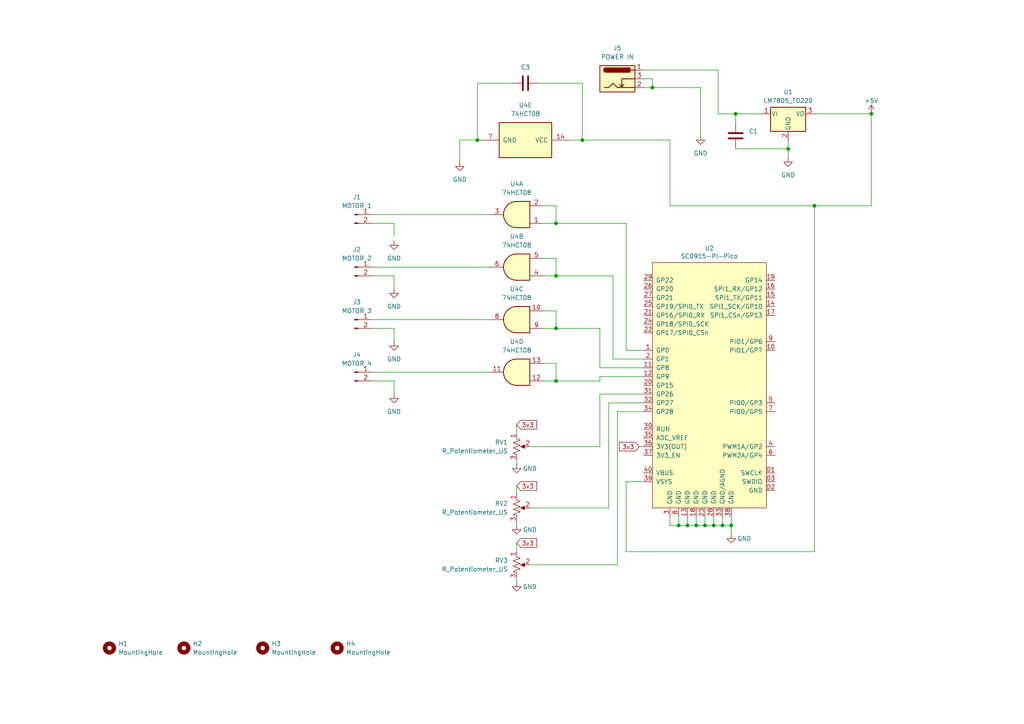
<source format=kicad_sch>
(kicad_sch (version 20231120) (generator "eeschema") (generator_version "8.0")
  (paper "A4")
  (lib_symbols
    (symbol "74xx:74LS08" (pin_names (offset 1.016))
      (property "Reference" "U" (at 0 1.27 0))
      (property "Value" "74LS08" (at 0 -1.27 0))
      (symbol "74LS08_1_1"
        (arc (start 0 -3.81) (mid 3.7934 0) (end 0 3.81) (stroke (width 0.254)) (fill (type background)))
        (polyline (pts (xy 0 3.81) (xy -3.81 3.81) (xy -3.81 -3.81) (xy 0 -3.81)) (stroke (width 0.254)) (fill (type background)))
        (pin input line (at -7.62 2.54 0) (length 3.81) (name "~") (number "1"))
        (pin input line (at -7.62 -2.54 0) (length 3.81) (name "~") (number "2"))
        (pin output line (at 7.62 0 180) (length 3.81) (name "~") (number "3"))
      )
      (symbol "74LS08_1_2"
        (arc (start -3.81 -3.81) (mid -2.589 0) (end -3.81 3.81) (stroke (width 0.254)))
        (arc (start -0.6096 -3.81) (mid 2.1842 -2.5851) (end 3.81 0) (stroke (width 0.254)) (fill (type background)))
        (polyline (pts (xy -3.81 -3.81) (xy -0.635 -3.81)) (stroke (width 0.254)) (fill (type background)))
        (polyline (pts (xy -3.81 3.81) (xy -0.635 3.81)) (stroke (width 0.254)) (fill (type background)))
        (polyline (pts (xy -0.635 3.81) (xy -3.81 3.81) (xy -3.81 3.81) (xy -3.556 3.4036) (xy -3.0226 2.2606) (xy -2.6924 1.0414) (xy -2.6162 -0.254) (xy -2.7686 -1.4986) (xy -3.175 -2.7178) (xy -3.81 -3.81) (xy -3.81 -3.81) (xy -0.635 -3.81)) (stroke (width -25.4)) (fill (type background)))
        (arc (start 3.81 0) (mid 2.1915 2.5936) (end -0.6096 3.81) (stroke (width 0.254)) (fill (type background)))
        (pin input inverted (at -7.62 2.54 0) (length 4.318) (name "~") (number "1"))
        (pin input inverted (at -7.62 -2.54 0) (length 4.318) (name "~") (number "2"))
        (pin output inverted (at 7.62 0 180) (length 3.81) (name "~") (number "3"))
      )
      (symbol "74LS08_2_1"
        (arc (start 0 -3.81) (mid 3.7934 0) (end 0 3.81) (stroke (width 0.254)) (fill (type background)))
        (polyline (pts (xy 0 3.81) (xy -3.81 3.81) (xy -3.81 -3.81) (xy 0 -3.81)) (stroke (width 0.254)) (fill (type background)))
        (pin input line (at -7.62 2.54 0) (length 3.81) (name "~") (number "4"))
        (pin input line (at -7.62 -2.54 0) (length 3.81) (name "~") (number "5"))
        (pin output line (at 7.62 0 180) (length 3.81) (name "~") (number "6"))
      )
      (symbol "74LS08_2_2"
        (arc (start -3.81 -3.81) (mid -2.589 0) (end -3.81 3.81) (stroke (width 0.254)))
        (arc (start -0.6096 -3.81) (mid 2.1842 -2.5851) (end 3.81 0) (stroke (width 0.254)) (fill (type background)))
        (polyline (pts (xy -3.81 -3.81) (xy -0.635 -3.81)) (stroke (width 0.254)) (fill (type background)))
        (polyline (pts (xy -3.81 3.81) (xy -0.635 3.81)) (stroke (width 0.254)) (fill (type background)))
        (polyline (pts (xy -0.635 3.81) (xy -3.81 3.81) (xy -3.81 3.81) (xy -3.556 3.4036) (xy -3.0226 2.2606) (xy -2.6924 1.0414) (xy -2.6162 -0.254) (xy -2.7686 -1.4986) (xy -3.175 -2.7178) (xy -3.81 -3.81) (xy -3.81 -3.81) (xy -0.635 -3.81)) (stroke (width -25.4)) (fill (type background)))
        (arc (start 3.81 0) (mid 2.1915 2.5936) (end -0.6096 3.81) (stroke (width 0.254)) (fill (type background)))
        (pin input inverted (at -7.62 2.54 0) (length 4.318) (name "~") (number "4"))
        (pin input inverted (at -7.62 -2.54 0) (length 4.318) (name "~") (number "5"))
        (pin output inverted (at 7.62 0 180) (length 3.81) (name "~") (number "6"))
      )
      (symbol "74LS08_3_1"
        (arc (start 0 -3.81) (mid 3.7934 0) (end 0 3.81) (stroke (width 0.254)) (fill (type background)))
        (polyline (pts (xy 0 3.81) (xy -3.81 3.81) (xy -3.81 -3.81) (xy 0 -3.81)) (stroke (width 0.254)) (fill (type background)))
        (pin input line (at -7.62 -2.54 0) (length 3.81) (name "~") (number "10"))
        (pin output line (at 7.62 0 180) (length 3.81) (name "~") (number "8"))
        (pin input line (at -7.62 2.54 0) (length 3.81) (name "~") (number "9"))
      )
      (symbol "74LS08_3_2"
        (arc (start -3.81 -3.81) (mid -2.589 0) (end -3.81 3.81) (stroke (width 0.254)))
        (arc (start -0.6096 -3.81) (mid 2.1842 -2.5851) (end 3.81 0) (stroke (width 0.254)) (fill (type background)))
        (polyline (pts (xy -3.81 -3.81) (xy -0.635 -3.81)) (stroke (width 0.254)) (fill (type background)))
        (polyline (pts (xy -3.81 3.81) (xy -0.635 3.81)) (stroke (width 0.254)) (fill (type background)))
        (polyline (pts (xy -0.635 3.81) (xy -3.81 3.81) (xy -3.81 3.81) (xy -3.556 3.4036) (xy -3.0226 2.2606) (xy -2.6924 1.0414) (xy -2.6162 -0.254) (xy -2.7686 -1.4986) (xy -3.175 -2.7178) (xy -3.81 -3.81) (xy -3.81 -3.81) (xy -0.635 -3.81)) (stroke (width -25.4)) (fill (type background)))
        (arc (start 3.81 0) (mid 2.1915 2.5936) (end -0.6096 3.81) (stroke (width 0.254)) (fill (type background)))
        (pin input inverted (at -7.62 -2.54 0) (length 4.318) (name "~") (number "10"))
        (pin output inverted (at 7.62 0 180) (length 3.81) (name "~") (number "8"))
        (pin input inverted (at -7.62 2.54 0) (length 4.318) (name "~") (number "9"))
      )
      (symbol "74LS08_4_1"
        (arc (start 0 -3.81) (mid 3.7934 0) (end 0 3.81) (stroke (width 0.254)) (fill (type background)))
        (polyline (pts (xy 0 3.81) (xy -3.81 3.81) (xy -3.81 -3.81) (xy 0 -3.81)) (stroke (width 0.254)) (fill (type background)))
        (pin output line (at 7.62 0 180) (length 3.81) (name "~") (number "11"))
        (pin input line (at -7.62 2.54 0) (length 3.81) (name "~") (number "12"))
        (pin input line (at -7.62 -2.54 0) (length 3.81) (name "~") (number "13"))
      )
      (symbol "74LS08_4_2"
        (arc (start -3.81 -3.81) (mid -2.589 0) (end -3.81 3.81) (stroke (width 0.254)))
        (arc (start -0.6096 -3.81) (mid 2.1842 -2.5851) (end 3.81 0) (stroke (width 0.254)) (fill (type background)))
        (polyline (pts (xy -3.81 -3.81) (xy -0.635 -3.81)) (stroke (width 0.254)) (fill (type background)))
        (polyline (pts (xy -3.81 3.81) (xy -0.635 3.81)) (stroke (width 0.254)) (fill (type background)))
        (polyline (pts (xy -0.635 3.81) (xy -3.81 3.81) (xy -3.81 3.81) (xy -3.556 3.4036) (xy -3.0226 2.2606) (xy -2.6924 1.0414) (xy -2.6162 -0.254) (xy -2.7686 -1.4986) (xy -3.175 -2.7178) (xy -3.81 -3.81) (xy -3.81 -3.81) (xy -0.635 -3.81)) (stroke (width -25.4)) (fill (type background)))
        (arc (start 3.81 0) (mid 2.1915 2.5936) (end -0.6096 3.81) (stroke (width 0.254)) (fill (type background)))
        (pin output inverted (at 7.62 0 180) (length 3.81) (name "~") (number "11"))
        (pin input inverted (at -7.62 2.54 0) (length 4.318) (name "~") (number "12"))
        (pin input inverted (at -7.62 -2.54 0) (length 4.318) (name "~") (number "13"))
      )
      (symbol "74LS08_5_0"
        (pin power_in line (at 0 12.7 270) (length 5.08) (name "VCC") (number "14"))
        (pin power_in line (at 0 -12.7 90) (length 5.08) (name "GND") (number "7"))
      )
      (symbol "74LS08_5_1"
        (rectangle (start -5.08 7.62) (end 5.08 -7.62) (stroke (width 0.254)) (fill (type background)))
      )
    )
    (symbol "Connector:Barrel_Jack_Switch" (pin_names hide)
      (property "Reference" "J" (at 0 5.334 0))
      (property "Value" "Barrel_Jack_Switch" (at 0 -5.08 0))
      (symbol "Barrel_Jack_Switch_0_1"
        (rectangle (start -5.08 3.81) (end 5.08 -3.81) (stroke (width 0.254)) (fill (type background)))
        (arc (start -3.302 3.175) (mid -3.9343 2.54) (end -3.302 1.905) (stroke (width 0.254)))
        (arc (start -3.302 3.175) (mid -3.9343 2.54) (end -3.302 1.905) (stroke (width 0.254)) (fill (type outline)))
        (polyline (pts (xy 1.27 -2.286) (xy 1.905 -1.651)) (stroke (width 0.254)))
        (polyline (pts (xy 5.08 2.54) (xy 3.81 2.54)) (stroke (width 0.254)))
        (polyline (pts (xy 5.08 0) (xy 1.27 0) (xy 1.27 -2.286) (xy 0.635 -1.651)) (stroke (width 0.254)))
        (polyline (pts (xy -3.81 -2.54) (xy -2.54 -2.54) (xy -1.27 -1.27) (xy 0 -2.54) (xy 2.54 -2.54) (xy 5.08 -2.54)) (stroke (width 0.254)))
        (rectangle (start 3.683 3.175) (end -3.302 1.905) (stroke (width 0.254)) (fill (type outline)))
      )
      (symbol "Barrel_Jack_Switch_1_1"
        (pin passive line (at 7.62 2.54 180) (length 2.54) (name "~") (number "1"))
        (pin passive line (at 7.62 -2.54 180) (length 2.54) (name "~") (number "2"))
        (pin passive line (at 7.62 0 180) (length 2.54) (name "~") (number "3"))
      )
    )
    (symbol "Connector:Conn_01x02_Pin" (pin_names (offset 1.016) hide)
      (property "Reference" "J" (at 0 2.54 0))
      (property "Value" "Conn_01x02_Pin" (at 0 -5.08 0))
      (symbol "Conn_01x02_Pin_1_1"
        (polyline (pts (xy 1.27 -2.54) (xy 0.8636 -2.54)) (stroke (width 0.1524)))
        (polyline (pts (xy 1.27 0) (xy 0.8636 0)) (stroke (width 0.1524)))
        (rectangle (start 0.8636 -2.413) (end 0 -2.667) (stroke (width 0.1524)) (fill (type outline)))
        (rectangle (start 0.8636 0.127) (end 0 -0.127) (stroke (width 0.1524)) (fill (type outline)))
        (pin passive line (at 5.08 0 180) (length 3.81) (name "Pin_1") (number "1"))
        (pin passive line (at 5.08 -2.54 180) (length 3.81) (name "Pin_2") (number "2"))
      )
    )
    (symbol "Device:C" (pin_numbers hide) (pin_names (offset 0.254))
      (property "Reference" "C" (at 0.635 2.54 0))
      (property "Value" "C" (at 0.635 -2.54 0))
      (symbol "C_0_1"
        (polyline (pts (xy -2.032 -0.762) (xy 2.032 -0.762)) (stroke (width 0.508)))
        (polyline (pts (xy -2.032 0.762) (xy 2.032 0.762)) (stroke (width 0.508)))
      )
      (symbol "C_1_1"
        (pin passive line (at 0 3.81 270) (length 2.794) (name "~") (number "1"))
        (pin passive line (at 0 -3.81 90) (length 2.794) (name "~") (number "2"))
      )
    )
    (symbol "Device:R_Potentiometer_US" (pin_names (offset 1.016) hide)
      (property "Reference" "RV" (at -4.445 0 90))
      (property "Value" "R_Potentiometer_US" (at -2.54 0 90))
      (symbol "R_Potentiometer_US_0_1"
        (polyline (pts (xy 0 -2.286) (xy 0 -2.54)))
        (polyline (pts (xy 0 2.54) (xy 0 2.286)))
        (polyline (pts (xy 2.54 0) (xy 1.524 0)))
        (polyline (pts (xy 1.143 0) (xy 2.286 0.508) (xy 2.286 -0.508) (xy 1.143 0)) (fill (type outline)))
        (polyline (pts (xy 0 -0.762) (xy 1.016 -1.143) (xy 0 -1.524) (xy -1.016 -1.905) (xy 0 -2.286)))
        (polyline (pts (xy 0 0.762) (xy 1.016 0.381) (xy 0 0) (xy -1.016 -0.381) (xy 0 -0.762)))
        (polyline (pts (xy 0 2.286) (xy 1.016 1.905) (xy 0 1.524) (xy -1.016 1.143) (xy 0 0.762)))
      )
      (symbol "R_Potentiometer_US_1_1"
        (pin passive line (at 0 3.81 270) (length 1.27) (name "1") (number "1"))
        (pin passive line (at 3.81 0 180) (length 1.27) (name "2") (number "2"))
        (pin passive line (at 0 -3.81 90) (length 1.27) (name "3") (number "3"))
      )
    )
    (symbol "Mechanical:MountingHole" (pin_names (offset 1.016))
      (property "Reference" "H" (at 0 5.08 0))
      (property "Value" "MountingHole" (at 0 3.175 0))
      (symbol "MountingHole_0_1"
        (circle (center 0 0) (radius 1.27) (stroke (width 1.27)))
      )
    )
    (symbol "Regulator_Linear:LM7805_TO220" (pin_names (offset 0.254))
      (property "Reference" "U" (at -3.81 3.175 0))
      (property "Value" "LM7805_TO220" (at 0 3.175 0))
      (symbol "LM7805_TO220_0_1"
        (rectangle (start -5.08 1.905) (end 5.08 -5.08) (stroke (width 0.254)) (fill (type background)))
      )
      (symbol "LM7805_TO220_1_1"
        (pin power_in line (at -7.62 0 0) (length 2.54) (name "VI") (number "1"))
        (pin power_in line (at 0 -7.62 90) (length 2.54) (name "GND") (number "2"))
        (pin power_out line (at 7.62 0 180) (length 2.54) (name "VO") (number "3"))
      )
    )
    (symbol "RspPiPicoIMU:SC0915-PI-Pico" (pin_names (offset 1.016))
      (property "Reference" "U" (at 1.27 1.27 0))
      (property "Value" "SC0915-PI-Pico" (at 16.51 -1.27 0))
      (symbol "SC0915-PI-Pico_0_1"
        (rectangle (start 0 0) (end 33.02 -71.12) (fill (type background)))
      )
      (symbol "SC0915-PI-Pico_1_1"
        (pin bidirectional line (at -2.54 -25.4 0) (length 2.54) (name "GP0") (number "1"))
        (pin input line (at 35.56 -25.4 180) (length 2.54) (name "PIO1/GP7") (number "10"))
        (pin bidirectional line (at -2.54 -30.48 0) (length 2.54) (name "GP8") (number "11"))
        (pin bidirectional line (at -2.54 -33.02 0) (length 2.54) (name "GP9") (number "12"))
        (pin passive line (at 10.16 -73.66 90) (length 2.54) (name "GND") (number "13"))
        (pin output line (at 35.56 -12.7 180) (length 2.54) (name "SPI1_SCK/GP10") (number "14"))
        (pin output line (at 35.56 -10.16 180) (length 2.54) (name "SPI1_TX/GP11") (number "15"))
        (pin input line (at 35.56 -7.62 180) (length 2.54) (name "SPI1_RX/GP12") (number "16"))
        (pin input line (at 35.56 -15.24 180) (length 2.54) (name "SPI1_CSn/GP13") (number "17"))
        (pin passive line (at 12.7 -73.66 90) (length 2.54) (name "GND") (number "18"))
        (pin output line (at 35.56 -5.08 180) (length 2.54) (name "GP14") (number "19"))
        (pin bidirectional line (at -2.54 -27.94 0) (length 2.54) (name "GP1") (number "2"))
        (pin bidirectional line (at -2.54 -35.56 0) (length 2.54) (name "GP15") (number "20"))
        (pin input line (at -2.54 -15.24 0) (length 2.54) (name "GP16/SPI0_RX") (number "21"))
        (pin output line (at -2.54 -20.32 0) (length 2.54) (name "GP17/SPI0_CSn") (number "22"))
        (pin passive line (at 15.24 -73.66 90) (length 2.54) (name "GND") (number "23"))
        (pin output line (at -2.54 -17.78 0) (length 2.54) (name "GP18/SPI0_SCK") (number "24"))
        (pin output line (at -2.54 -12.7 0) (length 2.54) (name "GP19/SPI0_TX") (number "25"))
        (pin input line (at -2.54 -7.62 0) (length 2.54) (name "GP20") (number "26"))
        (pin output line (at -2.54 -10.16 0) (length 2.54) (name "GP21") (number "27"))
        (pin passive line (at 17.78 -73.66 90) (length 2.54) (name "GND") (number "28"))
        (pin output line (at -2.54 -5.08 0) (length 2.54) (name "GP22") (number "29"))
        (pin passive line (at 5.08 -73.66 90) (length 2.54) (name "GND") (number "3"))
        (pin input line (at -2.54 -48.26 0) (length 2.54) (name "RUN") (number "30"))
        (pin bidirectional line (at -2.54 -38.1 0) (length 2.54) (name "GP26") (number "31"))
        (pin bidirectional line (at -2.54 -40.64 0) (length 2.54) (name "GP27") (number "32"))
        (pin passive line (at 20.32 -73.66 90) (length 2.54) (name "GND/AGND") (number "33"))
        (pin bidirectional line (at -2.54 -43.18 0) (length 2.54) (name "GP28") (number "34"))
        (pin passive line (at -2.54 -50.8 0) (length 2.54) (name "ADC_VREF") (number "35"))
        (pin power_out line (at -2.54 -53.34 0) (length 2.54) (name "3V3(OUT)") (number "36"))
        (pin input line (at -2.54 -55.88 0) (length 2.54) (name "3V3_EN") (number "37"))
        (pin passive line (at 22.86 -73.66 90) (length 2.54) (name "GND") (number "38"))
        (pin power_in line (at -2.54 -63.5 0) (length 2.54) (name "VSYS") (number "39"))
        (pin output line (at 35.56 -53.34 180) (length 2.54) (name "PWM1A/GP2") (number "4"))
        (pin power_in line (at -2.54 -60.96 0) (length 2.54) (name "VBUS") (number "40"))
        (pin input line (at 35.56 -40.64 180) (length 2.54) (name "PIO0/GP3") (number "5"))
        (pin output line (at 35.56 -55.88 180) (length 2.54) (name "PWM2A/GP4") (number "6"))
        (pin input line (at 35.56 -43.18 180) (length 2.54) (name "PIO0/GP5") (number "7"))
        (pin passive line (at 7.62 -73.66 90) (length 2.54) (name "GND") (number "8"))
        (pin input line (at 35.56 -22.86 180) (length 2.54) (name "PIO1/GP6") (number "9"))
        (pin unspecified line (at 35.56 -60.96 180) (length 2.54) (name "SWCLK") (number "D1"))
        (pin unspecified line (at 35.56 -66.04 180) (length 2.54) (name "GND") (number "D2"))
        (pin unspecified line (at 35.56 -63.5 180) (length 2.54) (name "SWDIO") (number "D3"))
      )
    )
    (symbol "power:+5V" (power) (pin_numbers hide) (pin_names (offset 0) hide)
      (property "Value" "+5V" (at 0 3.556 0))
      (symbol "+5V_0_1"
        (polyline (pts (xy -0.762 1.27) (xy 0 2.54)))
        (polyline (pts (xy 0 0) (xy 0 2.54)))
        (polyline (pts (xy 0 2.54) (xy 0.762 1.27)))
      )
      (symbol "+5V_1_1"
        (pin power_in line (at 0 0 90) (length 0) (name "~") (number "1"))
      )
    )
    (symbol "power:GND" (power) (pin_names (offset 0))
      (property "Value" "GND" (at 0 -3.81 0))
      (symbol "GND_0_1"
        (polyline (pts (xy 0 0) (xy 0 -1.27) (xy 1.27 -1.27) (xy 0 -2.54) (xy -1.27 -1.27) (xy 0 -1.27)))
      )
      (symbol "GND_1_1"
        (pin power_in line (at 0 0 270) (length 0) hide (name "GND") (number "1"))
      )
    )
  )
  (junction (at 201.93 152.4))
  (junction (at 161.29 80.01))
  (junction (at 161.29 110.49))
  (junction (at 209.55 152.4))
  (junction (at 138.43 40.64))
  (junction (at 168.91 40.64))
  (junction (at 236.22 59.69))
  (junction (at 199.39 152.4))
  (junction (at 196.85 152.4))
  (junction (at 161.29 95.25))
  (junction (at 189.23 25.4))
  (junction (at 213.36 33.02))
  (junction (at 228.6 43.18))
  (junction (at 252.73 33.02))
  (junction (at 212.09 152.4))
  (junction (at 161.29 64.77))
  (junction (at 207.01 152.4))
  (junction (at 204.47 152.4))
  (wire (pts (xy 168.91 40.64) (xy 194.31 40.64)))
  (wire (pts (xy 157.48 74.93) (xy 161.29 74.93)))
  (wire (pts (xy 203.2 25.4) (xy 203.2 39.37)))
  (wire (pts (xy 213.36 33.02) (xy 208.28 33.02)))
  (wire (pts (xy 204.47 152.4) (xy 207.01 152.4)))
  (wire (pts (xy 157.48 80.01) (xy 161.29 80.01)))
  (wire (pts (xy 181.61 101.6) (xy 181.61 64.77)))
  (wire (pts (xy 138.43 40.64) (xy 138.43 24.13)))
  (wire (pts (xy 194.31 152.4) (xy 196.85 152.4)))
  (wire (pts (xy 236.22 59.69) (xy 236.22 160.02)))
  (wire (pts (xy 208.28 20.32) (xy 208.28 33.02)))
  (wire (pts (xy 107.95 92.71) (xy 142.24 92.71)))
  (wire (pts (xy 149.86 167.64) (xy 149.86 168.91)))
  (wire (pts (xy 173.99 129.54) (xy 153.67 129.54)))
  (wire (pts (xy 213.36 33.02) (xy 213.36 35.56)))
  (wire (pts (xy 114.3 64.77) (xy 114.3 68.58)))
  (wire (pts (xy 107.95 77.47) (xy 142.24 77.47)))
  (wire (pts (xy 133.35 40.64) (xy 133.35 46.99)))
  (wire (pts (xy 138.43 24.13) (xy 148.59 24.13)))
  (wire (pts (xy 213.36 43.18) (xy 228.6 43.18)))
  (wire (pts (xy 107.95 80.01) (xy 114.3 80.01)))
  (wire (pts (xy 168.91 24.13) (xy 168.91 40.64)))
  (wire (pts (xy 161.29 110.49) (xy 157.48 110.49)))
  (wire (pts (xy 181.61 160.02) (xy 181.61 139.7)))
  (wire (pts (xy 212.09 152.4) (xy 212.09 149.86)))
  (wire (pts (xy 157.48 59.69) (xy 161.29 59.69)))
  (wire (pts (xy 196.85 149.86) (xy 196.85 152.4)))
  (wire (pts (xy 179.07 119.38) (xy 179.07 163.83)))
  (wire (pts (xy 189.23 22.86) (xy 189.23 25.4)))
  (wire (pts (xy 161.29 90.17) (xy 161.29 95.25)))
  (wire (pts (xy 139.7 40.64) (xy 138.43 40.64)))
  (wire (pts (xy 165.1 40.64) (xy 168.91 40.64)))
  (wire (pts (xy 149.86 160.02) (xy 149.86 157.48)))
  (wire (pts (xy 161.29 59.69) (xy 161.29 64.77)))
  (wire (pts (xy 186.69 119.38) (xy 179.07 119.38)))
  (wire (pts (xy 189.23 25.4) (xy 203.2 25.4)))
  (wire (pts (xy 186.69 109.22) (xy 173.99 109.22)))
  (wire (pts (xy 209.55 149.86) (xy 209.55 152.4)))
  (wire (pts (xy 186.69 116.84) (xy 176.53 116.84)))
  (wire (pts (xy 114.3 110.49) (xy 114.3 114.3)))
  (wire (pts (xy 186.69 22.86) (xy 189.23 22.86)))
  (wire (pts (xy 173.99 106.68) (xy 186.69 106.68)))
  (wire (pts (xy 212.09 152.4) (xy 212.09 154.94)))
  (wire (pts (xy 179.07 163.83) (xy 153.67 163.83)))
  (wire (pts (xy 236.22 59.69) (xy 252.73 59.69)))
  (wire (pts (xy 161.29 80.01) (xy 177.8 80.01)))
  (wire (pts (xy 186.69 25.4) (xy 189.23 25.4)))
  (wire (pts (xy 199.39 152.4) (xy 201.93 152.4)))
  (wire (pts (xy 185.42 129.54) (xy 186.69 129.54)))
  (wire (pts (xy 114.3 95.25) (xy 114.3 99.06)))
  (wire (pts (xy 149.86 123.19) (xy 149.86 125.73)))
  (wire (pts (xy 177.8 104.14) (xy 186.69 104.14)))
  (wire (pts (xy 153.67 147.32) (xy 176.53 147.32)))
  (wire (pts (xy 161.29 110.49) (xy 173.99 110.49)))
  (wire (pts (xy 220.98 33.02) (xy 213.36 33.02)))
  (wire (pts (xy 107.95 95.25) (xy 114.3 95.25)))
  (wire (pts (xy 161.29 64.77) (xy 157.48 64.77)))
  (wire (pts (xy 228.6 43.18) (xy 228.6 45.72)))
  (wire (pts (xy 157.48 105.41) (xy 161.29 105.41)))
  (wire (pts (xy 107.95 110.49) (xy 114.3 110.49)))
  (wire (pts (xy 194.31 40.64) (xy 194.31 59.69)))
  (wire (pts (xy 156.21 24.13) (xy 168.91 24.13)))
  (wire (pts (xy 157.48 90.17) (xy 161.29 90.17)))
  (wire (pts (xy 149.86 151.13) (xy 149.86 152.4)))
  (wire (pts (xy 173.99 114.3) (xy 173.99 129.54)))
  (wire (pts (xy 181.61 64.77) (xy 161.29 64.77)))
  (wire (pts (xy 204.47 149.86) (xy 204.47 152.4)))
  (wire (pts (xy 196.85 152.4) (xy 199.39 152.4)))
  (wire (pts (xy 161.29 105.41) (xy 161.29 110.49)))
  (wire (pts (xy 177.8 80.01) (xy 177.8 104.14)))
  (wire (pts (xy 228.6 40.64) (xy 228.6 43.18)))
  (wire (pts (xy 252.73 33.02) (xy 252.73 59.69)))
  (wire (pts (xy 176.53 116.84) (xy 176.53 147.32)))
  (wire (pts (xy 201.93 152.4) (xy 204.47 152.4)))
  (wire (pts (xy 186.69 20.32) (xy 208.28 20.32)))
  (wire (pts (xy 201.93 149.86) (xy 201.93 152.4)))
  (wire (pts (xy 107.95 62.23) (xy 142.24 62.23)))
  (wire (pts (xy 186.69 101.6) (xy 181.61 101.6)))
  (wire (pts (xy 236.22 160.02) (xy 181.61 160.02)))
  (wire (pts (xy 207.01 152.4) (xy 209.55 152.4)))
  (wire (pts (xy 209.55 152.4) (xy 212.09 152.4)))
  (wire (pts (xy 207.01 149.86) (xy 207.01 152.4)))
  (wire (pts (xy 161.29 95.25) (xy 173.99 95.25)))
  (wire (pts (xy 161.29 95.25) (xy 157.48 95.25)))
  (wire (pts (xy 199.39 149.86) (xy 199.39 152.4)))
  (wire (pts (xy 236.22 33.02) (xy 252.73 33.02)))
  (wire (pts (xy 173.99 95.25) (xy 173.99 106.68)))
  (wire (pts (xy 194.31 149.86) (xy 194.31 152.4)))
  (wire (pts (xy 138.43 40.64) (xy 133.35 40.64)))
  (wire (pts (xy 181.61 139.7) (xy 186.69 139.7)))
  (wire (pts (xy 186.69 114.3) (xy 173.99 114.3)))
  (wire (pts (xy 161.29 74.93) (xy 161.29 80.01)))
  (wire (pts (xy 107.95 107.95) (xy 142.24 107.95)))
  (wire (pts (xy 194.31 59.69) (xy 236.22 59.69)))
  (wire (pts (xy 107.95 64.77) (xy 114.3 64.77)))
  (wire (pts (xy 149.86 140.97) (xy 149.86 143.51)))
  (wire (pts (xy 114.3 80.01) (xy 114.3 83.82)))
  (wire (pts (xy 173.99 109.22) (xy 173.99 110.49)))
  (wire (pts (xy 149.86 133.35) (xy 149.86 134.62)))
  (global_label "3v3" (shape input) (at 149.86 157.48 0) (property "Intersheetrefs" "${INTERSHEET_REFS}" (effects (hide yes))))
  (global_label "3v3" (shape input) (at 149.86 123.19 0) (property "Intersheetrefs" "${INTERSHEET_REFS}" (effects (hide yes))))
  (global_label "3v3" (shape input) (at 149.86 140.97 0) (property "Intersheetrefs" "${INTERSHEET_REFS}" (effects (hide yes))))
  (global_label "3v3" (shape input) (at 185.42 129.54 180) (property "Intersheetrefs" "${INTERSHEET_REFS}" (effects (hide yes))))
  (symbol (lib_id "Device:R_Potentiometer_US") (at 149.86 163.83 0) (unit 1)
    (property "Reference" "RV3" (at 147.32 162.56 0) (effects (justify right)))
    (property "Value" "R_Potentiometer_US" (at 147.32 165.1 0) (effects (justify right)))
    (property "Footprint" "Henry!:PTV09A4020FB103" (effects (hide yes)))
  )
  (symbol (lib_id "power:GND") (at 114.3 99.06 0) (unit 1)
    (property "Reference" "#PWR07" (effects (hide yes)))
    (property "Value" "GND" (at 114.3 104.14 0))
  )
  (symbol (lib_id "power:GND") (at 149.86 168.91 0) (unit 1)
    (property "Reference" "#PWR011" (effects (hide yes)))
    (property "Value" "GND" (at 153.67 170.18 0))
  )
  (symbol (lib_id "74xx:74LS08") (at 149.86 77.47 180) (unit 2)
    (property "Reference" "U4" (at 149.8683 68.58 0))
    (property "Value" "74HCT08" (at 149.8683 71.12 0))
    (property "Footprint" "Henry!:N14" (effects (hide yes)))
    (property "Datasheet" "http://www.ti.com/lit/gpn/sn74LS08" (effects (hide yes)))
  )
  (symbol (lib_id "power:GND") (at 114.3 114.3 0) (unit 1)
    (property "Reference" "#PWR08" (effects (hide yes)))
    (property "Value" "GND" (at 114.3 119.38 0))
  )
  (symbol (lib_id "74xx:74LS08") (at 152.4 40.64 270) (mirror x) (unit 5)
    (property "Reference" "U4" (at 152.4 30.48 90))
    (property "Value" "74HCT08" (at 152.4 33.02 90))
    (property "Footprint" "Henry!:N14" (effects (hide yes)))
    (property "Datasheet" "http://www.ti.com/lit/gpn/sn74LS08" (effects (hide yes)))
  )
  (symbol (lib_id "power:GND") (at 149.86 152.4 0) (unit 1)
    (property "Reference" "#PWR010" (effects (hide yes)))
    (property "Value" "GND" (at 153.67 153.67 0))
  )
  (symbol (lib_id "Connector:Conn_01x02_Pin") (at 102.87 107.95 0) (unit 1)
    (property "Reference" "J4" (at 103.505 102.87 0))
    (property "Value" "MOTOR 4" (at 103.505 105.41 0))
    (property "Footprint" "Henry!:2 PIN RIGHT ANGLE MOLEX SL" (effects (hide yes)))
  )
  (symbol (lib_id "74xx:74LS08") (at 149.86 107.95 180) (unit 4)
    (property "Reference" "U4" (at 149.8683 99.06 0))
    (property "Value" "74HCT08" (at 149.8683 101.6 0))
    (property "Footprint" "Henry!:N14" (effects (hide yes)))
    (property "Datasheet" "http://www.ti.com/lit/gpn/sn74LS08" (effects (hide yes)))
  )
  (symbol (lib_id "Device:R_Potentiometer_US") (at 149.86 147.32 0) (unit 1)
    (property "Reference" "RV2" (at 147.32 146.05 0) (effects (justify right)))
    (property "Value" "R_Potentiometer_US" (at 147.32 148.59 0) (effects (justify right)))
    (property "Footprint" "Henry!:PTV09A4020FB103" (effects (hide yes)))
  )
  (symbol (lib_id "Mechanical:MountingHole") (at 97.79 187.96 0) (unit 1)
    (property "Reference" "H4" (at 100.33 186.69 0) (effects (justify left)))
    (property "Value" "MountingHole" (at 100.33 189.23 0) (effects (justify left)))
    (property "Footprint" "MountingHole:MountingHole_3.2mm_M3" (effects (hide yes)))
  )
  (symbol (lib_id "74xx:74LS08") (at 149.86 92.71 180) (unit 3)
    (property "Reference" "U4" (at 149.8683 83.82 0))
    (property "Value" "74HCT08" (at 149.8683 86.36 0))
    (property "Footprint" "Henry!:N14" (effects (hide yes)))
    (property "Datasheet" "http://www.ti.com/lit/gpn/sn74LS08" (effects (hide yes)))
  )
  (symbol (lib_id "power:GND") (at 228.6 45.72 0) (unit 1)
    (property "Reference" "#PWR02" (effects (hide yes)))
    (property "Value" "GND" (at 228.6 50.8 0))
  )
  (symbol (lib_id "power:+5V") (at 252.73 33.02 0) (unit 1)
    (property "Reference" "#PWR05" (effects (hide yes)))
    (property "Value" "+5V" (at 252.73 29.21 0))
    (property "Description" "Power symbol creates a global label with name \"+5V\"" (effects (hide yes)))
  )
  (symbol (lib_id "Connector:Conn_01x02_Pin") (at 102.87 77.47 0) (unit 1)
    (property "Reference" "J2" (at 103.505 72.39 0))
    (property "Value" "MOTOR 2" (at 103.505 74.93 0))
    (property "Footprint" "Henry!:2 PIN RIGHT ANGLE MOLEX SL" (effects (hide yes)))
  )
  (symbol (lib_id "Connector:Conn_01x02_Pin") (at 102.87 62.23 0) (unit 1)
    (property "Reference" "J1" (at 103.505 57.15 0))
    (property "Value" "MOTOR 1" (at 103.505 59.69 0))
    (property "Footprint" "Henry!:2 PIN RIGHT ANGLE MOLEX SL" (effects (hide yes)))
  )
  (symbol (lib_id "Mechanical:MountingHole") (at 53.34 187.96 0) (unit 1)
    (property "Reference" "H2" (at 55.88 186.69 0) (effects (justify left)))
    (property "Value" "MountingHole" (at 55.88 189.23 0) (effects (justify left)))
    (property "Footprint" "MountingHole:MountingHole_3.2mm_M3" (effects (hide yes)))
  )
  (symbol (lib_id "Mechanical:MountingHole") (at 76.2 187.96 0) (unit 1)
    (property "Reference" "H3" (at 78.74 186.69 0) (effects (justify left)))
    (property "Value" "MountingHole" (at 78.74 189.23 0) (effects (justify left)))
    (property "Footprint" "MountingHole:MountingHole_3.2mm_M3" (effects (hide yes)))
  )
  (symbol (lib_id "RspPiPicoIMU:SC0915-PI-Pico") (at 189.23 76.2 0) (unit 1)
    (property "Reference" "U2" (at 205.74 72.009 0))
    (property "Value" "SC0915-PI-Pico" (at 205.74 74.3204 0))
    (property "Footprint" "Henry!:PICO" (effects (hide yes)))
    (property "Datasheet" "https://datasheets.raspberrypi.com/pico/pico-datasheet.pdf" (effects (hide yes)))
    (property "P/N" "SC0915" (effects (hide yes)))
    (property "MFG" "Raspberry PI" (effects (hide yes)))
  )
  (symbol (lib_id "power:GND") (at 203.2 39.37 0) (unit 1)
    (property "Reference" "#PWR01" (effects (hide yes)))
    (property "Value" "GND" (at 203.2 44.45 0))
  )
  (symbol (lib_id "Regulator_Linear:LM7805_TO220") (at 228.6 33.02 0) (unit 1)
    (property "Reference" "U1" (at 228.6 26.67 0))
    (property "Value" "LM7805_TO220" (at 228.6 29.21 0))
    (property "Footprint" "Package_TO_SOT_THT:TO-220-3_Vertical" (effects (hide yes)))
    (property "Datasheet" "https://www.onsemi.cn/PowerSolutions/document/MC7800-D.PDF" (effects (hide yes)))
  )
  (symbol (lib_id "power:GND") (at 114.3 83.82 0) (unit 1)
    (property "Reference" "#PWR04" (effects (hide yes)))
    (property "Value" "GND" (at 114.3 88.9 0))
  )
  (symbol (lib_id "Device:C") (at 213.36 39.37 180) (unit 1)
    (property "Reference" "C1" (at 217.17 38.1 0) (effects (justify right)))
    (property "Value" "CAP_R82D-7P4X3P6-5P0_KEM" (effects (hide yes)))
    (property "Footprint" "Henry!:CAP_R82D-7P4X3P6-5P0_KEM" (effects (hide yes)))
  )
  (symbol (lib_id "Connector:Barrel_Jack_Switch") (at 179.07 22.86 0) (unit 1)
    (property "Reference" "J5" (at 179.07 13.97 0))
    (property "Value" "POWER IN" (at 179.07 16.51 0))
    (property "Footprint" "Henry!:BARREL JACK CONNECTOR" (effects (hide yes)))
  )
  (symbol (lib_id "Device:R_Potentiometer_US") (at 149.86 129.54 0) (unit 1)
    (property "Reference" "RV1" (at 147.32 128.27 0) (effects (justify right)))
    (property "Value" "R_Potentiometer_US" (at 147.32 130.81 0) (effects (justify right)))
    (property "Footprint" "Henry!:PTV09A4020FB103" (effects (hide yes)))
  )
  (symbol (lib_id "Mechanical:MountingHole") (at 31.75 187.96 0) (unit 1)
    (property "Reference" "H1" (at 34.29 186.69 0) (effects (justify left)))
    (property "Value" "MountingHole" (at 34.29 189.23 0) (effects (justify left)))
    (property "Footprint" "MountingHole:MountingHole_3.2mm_M3" (effects (hide yes)))
  )
  (symbol (lib_id "74xx:74LS08") (at 149.86 62.23 180) (unit 1)
    (property "Reference" "U4" (at 149.8683 53.34 0))
    (property "Value" "74HCT08" (at 149.8683 55.88 0))
    (property "Footprint" "Henry!:N14" (effects (hide yes)))
    (property "Datasheet" "http://www.ti.com/lit/gpn/sn74LS08" (effects (hide yes)))
  )
  (symbol (lib_id "power:GND") (at 133.35 46.99 0) (mirror y) (unit 1)
    (property "Reference" "#PWR06" (effects (hide yes)))
    (property "Value" "GND" (at 133.35 52.07 0))
  )
  (symbol (lib_id "power:GND") (at 212.09 154.94 0) (unit 1)
    (property "Reference" "#PWR012" (effects (hide yes)))
    (property "Value" "GND" (at 215.9 156.21 0))
  )
  (symbol (lib_id "power:GND") (at 149.86 134.62 0) (unit 1)
    (property "Reference" "#PWR09" (effects (hide yes)))
    (property "Value" "GND" (at 153.67 135.89 0))
  )
  (symbol (lib_id "power:GND") (at 114.3 69.85 0) (unit 1)
    (property "Reference" "#PWR03" (effects (hide yes)))
    (property "Value" "GND" (at 114.3 74.93 0))
  )
  (symbol (lib_id "Connector:Conn_01x02_Pin") (at 102.87 92.71 0) (unit 1)
    (property "Reference" "J3" (at 103.505 87.63 0))
    (property "Value" "MOTOR 3" (at 103.505 90.17 0))
    (property "Footprint" "Henry!:2 PIN RIGHT ANGLE MOLEX SL" (effects (hide yes)))
  )
  (symbol (lib_id "Device:C") (at 152.4 24.13 270) (unit 1)
    (property "Reference" "C3" (at 152.4 19.5103 90))
    (property "Value" "CAP_R82D-7P4X3P6-5P0_KEM" (effects (hide yes)))
    (property "Footprint" "Henry!:CAP_R82D-7P4X3P6-5P0_KEM" (effects (hide yes)))
  )
)
</source>
